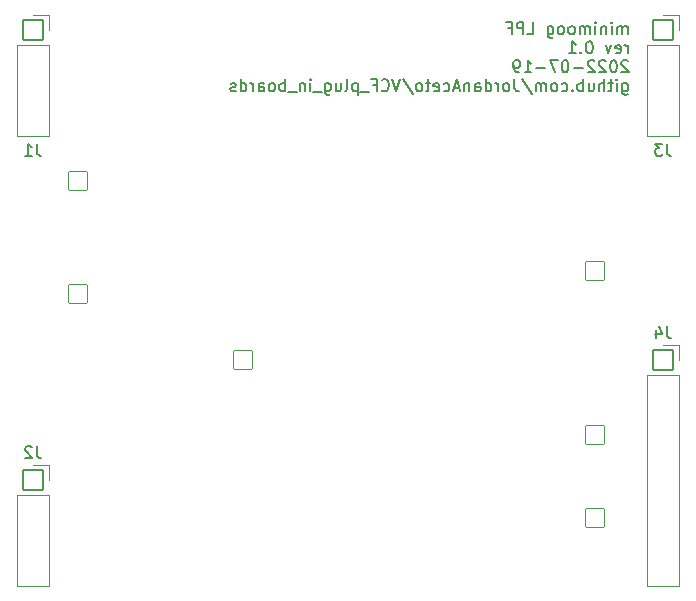
<source format=gbr>
%TF.GenerationSoftware,KiCad,Pcbnew,6.0.7-f9a2dced07~116~ubuntu22.04.1*%
%TF.CreationDate,2022-07-29T17:46:26-04:00*%
%TF.ProjectId,minimoog_LPF,6d696e69-6d6f-46f6-975f-4c50462e6b69,0.1*%
%TF.SameCoordinates,Original*%
%TF.FileFunction,Legend,Bot*%
%TF.FilePolarity,Positive*%
%FSLAX46Y46*%
G04 Gerber Fmt 4.6, Leading zero omitted, Abs format (unit mm)*
G04 Created by KiCad (PCBNEW 6.0.7-f9a2dced07~116~ubuntu22.04.1) date 2022-07-29 17:46:26*
%MOMM*%
%LPD*%
G01*
G04 APERTURE LIST*
G04 Aperture macros list*
%AMRoundRect*
0 Rectangle with rounded corners*
0 $1 Rounding radius*
0 $2 $3 $4 $5 $6 $7 $8 $9 X,Y pos of 4 corners*
0 Add a 4 corners polygon primitive as box body*
4,1,4,$2,$3,$4,$5,$6,$7,$8,$9,$2,$3,0*
0 Add four circle primitives for the rounded corners*
1,1,$1+$1,$2,$3*
1,1,$1+$1,$4,$5*
1,1,$1+$1,$6,$7*
1,1,$1+$1,$8,$9*
0 Add four rect primitives between the rounded corners*
20,1,$1+$1,$2,$3,$4,$5,0*
20,1,$1+$1,$4,$5,$6,$7,0*
20,1,$1+$1,$6,$7,$8,$9,0*
20,1,$1+$1,$8,$9,$2,$3,0*%
G04 Aperture macros list end*
%ADD10C,0.150000*%
%ADD11C,0.120000*%
%ADD12RoundRect,0.051000X-0.800000X0.800000X-0.800000X-0.800000X0.800000X-0.800000X0.800000X0.800000X0*%
%ADD13C,1.702000*%
%ADD14C,1.542000*%
%ADD15RoundRect,0.051000X0.850000X0.850000X-0.850000X0.850000X-0.850000X-0.850000X0.850000X-0.850000X0*%
%ADD16O,1.802000X1.802000*%
%ADD17C,0.902000*%
G04 APERTURE END LIST*
D10*
X172892404Y-76523380D02*
X172892404Y-75856714D01*
X172892404Y-75951952D02*
X172844785Y-75904333D01*
X172749547Y-75856714D01*
X172606690Y-75856714D01*
X172511452Y-75904333D01*
X172463833Y-75999571D01*
X172463833Y-76523380D01*
X172463833Y-75999571D02*
X172416214Y-75904333D01*
X172320976Y-75856714D01*
X172178119Y-75856714D01*
X172082880Y-75904333D01*
X172035261Y-75999571D01*
X172035261Y-76523380D01*
X171559071Y-76523380D02*
X171559071Y-75856714D01*
X171559071Y-75523380D02*
X171606690Y-75571000D01*
X171559071Y-75618619D01*
X171511452Y-75571000D01*
X171559071Y-75523380D01*
X171559071Y-75618619D01*
X171082880Y-75856714D02*
X171082880Y-76523380D01*
X171082880Y-75951952D02*
X171035261Y-75904333D01*
X170940023Y-75856714D01*
X170797166Y-75856714D01*
X170701928Y-75904333D01*
X170654309Y-75999571D01*
X170654309Y-76523380D01*
X170178119Y-76523380D02*
X170178119Y-75856714D01*
X170178119Y-75523380D02*
X170225738Y-75571000D01*
X170178119Y-75618619D01*
X170130500Y-75571000D01*
X170178119Y-75523380D01*
X170178119Y-75618619D01*
X169701928Y-76523380D02*
X169701928Y-75856714D01*
X169701928Y-75951952D02*
X169654309Y-75904333D01*
X169559071Y-75856714D01*
X169416214Y-75856714D01*
X169320976Y-75904333D01*
X169273357Y-75999571D01*
X169273357Y-76523380D01*
X169273357Y-75999571D02*
X169225738Y-75904333D01*
X169130500Y-75856714D01*
X168987642Y-75856714D01*
X168892404Y-75904333D01*
X168844785Y-75999571D01*
X168844785Y-76523380D01*
X168225738Y-76523380D02*
X168320976Y-76475761D01*
X168368595Y-76428142D01*
X168416214Y-76332904D01*
X168416214Y-76047190D01*
X168368595Y-75951952D01*
X168320976Y-75904333D01*
X168225738Y-75856714D01*
X168082880Y-75856714D01*
X167987642Y-75904333D01*
X167940023Y-75951952D01*
X167892404Y-76047190D01*
X167892404Y-76332904D01*
X167940023Y-76428142D01*
X167987642Y-76475761D01*
X168082880Y-76523380D01*
X168225738Y-76523380D01*
X167320976Y-76523380D02*
X167416214Y-76475761D01*
X167463833Y-76428142D01*
X167511452Y-76332904D01*
X167511452Y-76047190D01*
X167463833Y-75951952D01*
X167416214Y-75904333D01*
X167320976Y-75856714D01*
X167178119Y-75856714D01*
X167082880Y-75904333D01*
X167035261Y-75951952D01*
X166987642Y-76047190D01*
X166987642Y-76332904D01*
X167035261Y-76428142D01*
X167082880Y-76475761D01*
X167178119Y-76523380D01*
X167320976Y-76523380D01*
X166130500Y-75856714D02*
X166130500Y-76666238D01*
X166178119Y-76761476D01*
X166225738Y-76809095D01*
X166320976Y-76856714D01*
X166463833Y-76856714D01*
X166559071Y-76809095D01*
X166130500Y-76475761D02*
X166225738Y-76523380D01*
X166416214Y-76523380D01*
X166511452Y-76475761D01*
X166559071Y-76428142D01*
X166606690Y-76332904D01*
X166606690Y-76047190D01*
X166559071Y-75951952D01*
X166511452Y-75904333D01*
X166416214Y-75856714D01*
X166225738Y-75856714D01*
X166130500Y-75904333D01*
X164416214Y-76523380D02*
X164892404Y-76523380D01*
X164892404Y-75523380D01*
X164082880Y-76523380D02*
X164082880Y-75523380D01*
X163701928Y-75523380D01*
X163606690Y-75571000D01*
X163559071Y-75618619D01*
X163511452Y-75713857D01*
X163511452Y-75856714D01*
X163559071Y-75951952D01*
X163606690Y-75999571D01*
X163701928Y-76047190D01*
X164082880Y-76047190D01*
X162749547Y-75999571D02*
X163082880Y-75999571D01*
X163082880Y-76523380D02*
X163082880Y-75523380D01*
X162606690Y-75523380D01*
X172892404Y-78133380D02*
X172892404Y-77466714D01*
X172892404Y-77657190D02*
X172844785Y-77561952D01*
X172797166Y-77514333D01*
X172701928Y-77466714D01*
X172606690Y-77466714D01*
X171892404Y-78085761D02*
X171987642Y-78133380D01*
X172178119Y-78133380D01*
X172273357Y-78085761D01*
X172320976Y-77990523D01*
X172320976Y-77609571D01*
X172273357Y-77514333D01*
X172178119Y-77466714D01*
X171987642Y-77466714D01*
X171892404Y-77514333D01*
X171844785Y-77609571D01*
X171844785Y-77704809D01*
X172320976Y-77800047D01*
X171511452Y-77466714D02*
X171273357Y-78133380D01*
X171035261Y-77466714D01*
X169701928Y-77133380D02*
X169606690Y-77133380D01*
X169511452Y-77181000D01*
X169463833Y-77228619D01*
X169416214Y-77323857D01*
X169368595Y-77514333D01*
X169368595Y-77752428D01*
X169416214Y-77942904D01*
X169463833Y-78038142D01*
X169511452Y-78085761D01*
X169606690Y-78133380D01*
X169701928Y-78133380D01*
X169797166Y-78085761D01*
X169844785Y-78038142D01*
X169892404Y-77942904D01*
X169940023Y-77752428D01*
X169940023Y-77514333D01*
X169892404Y-77323857D01*
X169844785Y-77228619D01*
X169797166Y-77181000D01*
X169701928Y-77133380D01*
X168940023Y-78038142D02*
X168892404Y-78085761D01*
X168940023Y-78133380D01*
X168987642Y-78085761D01*
X168940023Y-78038142D01*
X168940023Y-78133380D01*
X167940023Y-78133380D02*
X168511452Y-78133380D01*
X168225738Y-78133380D02*
X168225738Y-77133380D01*
X168320976Y-77276238D01*
X168416214Y-77371476D01*
X168511452Y-77419095D01*
X172940023Y-78838619D02*
X172892404Y-78791000D01*
X172797166Y-78743380D01*
X172559071Y-78743380D01*
X172463833Y-78791000D01*
X172416214Y-78838619D01*
X172368595Y-78933857D01*
X172368595Y-79029095D01*
X172416214Y-79171952D01*
X172987642Y-79743380D01*
X172368595Y-79743380D01*
X171749547Y-78743380D02*
X171654309Y-78743380D01*
X171559071Y-78791000D01*
X171511452Y-78838619D01*
X171463833Y-78933857D01*
X171416214Y-79124333D01*
X171416214Y-79362428D01*
X171463833Y-79552904D01*
X171511452Y-79648142D01*
X171559071Y-79695761D01*
X171654309Y-79743380D01*
X171749547Y-79743380D01*
X171844785Y-79695761D01*
X171892404Y-79648142D01*
X171940023Y-79552904D01*
X171987642Y-79362428D01*
X171987642Y-79124333D01*
X171940023Y-78933857D01*
X171892404Y-78838619D01*
X171844785Y-78791000D01*
X171749547Y-78743380D01*
X171035261Y-78838619D02*
X170987642Y-78791000D01*
X170892404Y-78743380D01*
X170654309Y-78743380D01*
X170559071Y-78791000D01*
X170511452Y-78838619D01*
X170463833Y-78933857D01*
X170463833Y-79029095D01*
X170511452Y-79171952D01*
X171082880Y-79743380D01*
X170463833Y-79743380D01*
X170082880Y-78838619D02*
X170035261Y-78791000D01*
X169940023Y-78743380D01*
X169701928Y-78743380D01*
X169606690Y-78791000D01*
X169559071Y-78838619D01*
X169511452Y-78933857D01*
X169511452Y-79029095D01*
X169559071Y-79171952D01*
X170130500Y-79743380D01*
X169511452Y-79743380D01*
X169082880Y-79362428D02*
X168320976Y-79362428D01*
X167654309Y-78743380D02*
X167559071Y-78743380D01*
X167463833Y-78791000D01*
X167416214Y-78838619D01*
X167368595Y-78933857D01*
X167320976Y-79124333D01*
X167320976Y-79362428D01*
X167368595Y-79552904D01*
X167416214Y-79648142D01*
X167463833Y-79695761D01*
X167559071Y-79743380D01*
X167654309Y-79743380D01*
X167749547Y-79695761D01*
X167797166Y-79648142D01*
X167844785Y-79552904D01*
X167892404Y-79362428D01*
X167892404Y-79124333D01*
X167844785Y-78933857D01*
X167797166Y-78838619D01*
X167749547Y-78791000D01*
X167654309Y-78743380D01*
X166987642Y-78743380D02*
X166320976Y-78743380D01*
X166749547Y-79743380D01*
X165940023Y-79362428D02*
X165178119Y-79362428D01*
X164178119Y-79743380D02*
X164749547Y-79743380D01*
X164463833Y-79743380D02*
X164463833Y-78743380D01*
X164559071Y-78886238D01*
X164654309Y-78981476D01*
X164749547Y-79029095D01*
X163701928Y-79743380D02*
X163511452Y-79743380D01*
X163416214Y-79695761D01*
X163368595Y-79648142D01*
X163273357Y-79505285D01*
X163225738Y-79314809D01*
X163225738Y-78933857D01*
X163273357Y-78838619D01*
X163320976Y-78791000D01*
X163416214Y-78743380D01*
X163606690Y-78743380D01*
X163701928Y-78791000D01*
X163749547Y-78838619D01*
X163797166Y-78933857D01*
X163797166Y-79171952D01*
X163749547Y-79267190D01*
X163701928Y-79314809D01*
X163606690Y-79362428D01*
X163416214Y-79362428D01*
X163320976Y-79314809D01*
X163273357Y-79267190D01*
X163225738Y-79171952D01*
X172463833Y-80686714D02*
X172463833Y-81496238D01*
X172511452Y-81591476D01*
X172559071Y-81639095D01*
X172654309Y-81686714D01*
X172797166Y-81686714D01*
X172892404Y-81639095D01*
X172463833Y-81305761D02*
X172559071Y-81353380D01*
X172749547Y-81353380D01*
X172844785Y-81305761D01*
X172892404Y-81258142D01*
X172940023Y-81162904D01*
X172940023Y-80877190D01*
X172892404Y-80781952D01*
X172844785Y-80734333D01*
X172749547Y-80686714D01*
X172559071Y-80686714D01*
X172463833Y-80734333D01*
X171987642Y-81353380D02*
X171987642Y-80686714D01*
X171987642Y-80353380D02*
X172035261Y-80401000D01*
X171987642Y-80448619D01*
X171940023Y-80401000D01*
X171987642Y-80353380D01*
X171987642Y-80448619D01*
X171654309Y-80686714D02*
X171273357Y-80686714D01*
X171511452Y-80353380D02*
X171511452Y-81210523D01*
X171463833Y-81305761D01*
X171368595Y-81353380D01*
X171273357Y-81353380D01*
X170940023Y-81353380D02*
X170940023Y-80353380D01*
X170511452Y-81353380D02*
X170511452Y-80829571D01*
X170559071Y-80734333D01*
X170654309Y-80686714D01*
X170797166Y-80686714D01*
X170892404Y-80734333D01*
X170940023Y-80781952D01*
X169606690Y-80686714D02*
X169606690Y-81353380D01*
X170035261Y-80686714D02*
X170035261Y-81210523D01*
X169987642Y-81305761D01*
X169892404Y-81353380D01*
X169749547Y-81353380D01*
X169654309Y-81305761D01*
X169606690Y-81258142D01*
X169130500Y-81353380D02*
X169130500Y-80353380D01*
X169130500Y-80734333D02*
X169035261Y-80686714D01*
X168844785Y-80686714D01*
X168749547Y-80734333D01*
X168701928Y-80781952D01*
X168654309Y-80877190D01*
X168654309Y-81162904D01*
X168701928Y-81258142D01*
X168749547Y-81305761D01*
X168844785Y-81353380D01*
X169035261Y-81353380D01*
X169130500Y-81305761D01*
X168225738Y-81258142D02*
X168178119Y-81305761D01*
X168225738Y-81353380D01*
X168273357Y-81305761D01*
X168225738Y-81258142D01*
X168225738Y-81353380D01*
X167320976Y-81305761D02*
X167416214Y-81353380D01*
X167606690Y-81353380D01*
X167701928Y-81305761D01*
X167749547Y-81258142D01*
X167797166Y-81162904D01*
X167797166Y-80877190D01*
X167749547Y-80781952D01*
X167701928Y-80734333D01*
X167606690Y-80686714D01*
X167416214Y-80686714D01*
X167320976Y-80734333D01*
X166749547Y-81353380D02*
X166844785Y-81305761D01*
X166892404Y-81258142D01*
X166940023Y-81162904D01*
X166940023Y-80877190D01*
X166892404Y-80781952D01*
X166844785Y-80734333D01*
X166749547Y-80686714D01*
X166606690Y-80686714D01*
X166511452Y-80734333D01*
X166463833Y-80781952D01*
X166416214Y-80877190D01*
X166416214Y-81162904D01*
X166463833Y-81258142D01*
X166511452Y-81305761D01*
X166606690Y-81353380D01*
X166749547Y-81353380D01*
X165987642Y-81353380D02*
X165987642Y-80686714D01*
X165987642Y-80781952D02*
X165940023Y-80734333D01*
X165844785Y-80686714D01*
X165701928Y-80686714D01*
X165606690Y-80734333D01*
X165559071Y-80829571D01*
X165559071Y-81353380D01*
X165559071Y-80829571D02*
X165511452Y-80734333D01*
X165416214Y-80686714D01*
X165273357Y-80686714D01*
X165178119Y-80734333D01*
X165130500Y-80829571D01*
X165130500Y-81353380D01*
X163940023Y-80305761D02*
X164797166Y-81591476D01*
X163320976Y-80353380D02*
X163320976Y-81067666D01*
X163368595Y-81210523D01*
X163463833Y-81305761D01*
X163606690Y-81353380D01*
X163701928Y-81353380D01*
X162701928Y-81353380D02*
X162797166Y-81305761D01*
X162844785Y-81258142D01*
X162892404Y-81162904D01*
X162892404Y-80877190D01*
X162844785Y-80781952D01*
X162797166Y-80734333D01*
X162701928Y-80686714D01*
X162559071Y-80686714D01*
X162463833Y-80734333D01*
X162416214Y-80781952D01*
X162368595Y-80877190D01*
X162368595Y-81162904D01*
X162416214Y-81258142D01*
X162463833Y-81305761D01*
X162559071Y-81353380D01*
X162701928Y-81353380D01*
X161940023Y-81353380D02*
X161940023Y-80686714D01*
X161940023Y-80877190D02*
X161892404Y-80781952D01*
X161844785Y-80734333D01*
X161749547Y-80686714D01*
X161654309Y-80686714D01*
X160892404Y-81353380D02*
X160892404Y-80353380D01*
X160892404Y-81305761D02*
X160987642Y-81353380D01*
X161178119Y-81353380D01*
X161273357Y-81305761D01*
X161320976Y-81258142D01*
X161368595Y-81162904D01*
X161368595Y-80877190D01*
X161320976Y-80781952D01*
X161273357Y-80734333D01*
X161178119Y-80686714D01*
X160987642Y-80686714D01*
X160892404Y-80734333D01*
X159987642Y-81353380D02*
X159987642Y-80829571D01*
X160035261Y-80734333D01*
X160130500Y-80686714D01*
X160320976Y-80686714D01*
X160416214Y-80734333D01*
X159987642Y-81305761D02*
X160082880Y-81353380D01*
X160320976Y-81353380D01*
X160416214Y-81305761D01*
X160463833Y-81210523D01*
X160463833Y-81115285D01*
X160416214Y-81020047D01*
X160320976Y-80972428D01*
X160082880Y-80972428D01*
X159987642Y-80924809D01*
X159511452Y-80686714D02*
X159511452Y-81353380D01*
X159511452Y-80781952D02*
X159463833Y-80734333D01*
X159368595Y-80686714D01*
X159225738Y-80686714D01*
X159130500Y-80734333D01*
X159082880Y-80829571D01*
X159082880Y-81353380D01*
X158654309Y-81067666D02*
X158178119Y-81067666D01*
X158749547Y-81353380D02*
X158416214Y-80353380D01*
X158082880Y-81353380D01*
X157320976Y-81305761D02*
X157416214Y-81353380D01*
X157606690Y-81353380D01*
X157701928Y-81305761D01*
X157749547Y-81258142D01*
X157797166Y-81162904D01*
X157797166Y-80877190D01*
X157749547Y-80781952D01*
X157701928Y-80734333D01*
X157606690Y-80686714D01*
X157416214Y-80686714D01*
X157320976Y-80734333D01*
X156511452Y-81305761D02*
X156606690Y-81353380D01*
X156797166Y-81353380D01*
X156892404Y-81305761D01*
X156940023Y-81210523D01*
X156940023Y-80829571D01*
X156892404Y-80734333D01*
X156797166Y-80686714D01*
X156606690Y-80686714D01*
X156511452Y-80734333D01*
X156463833Y-80829571D01*
X156463833Y-80924809D01*
X156940023Y-81020047D01*
X156178119Y-80686714D02*
X155797166Y-80686714D01*
X156035261Y-80353380D02*
X156035261Y-81210523D01*
X155987642Y-81305761D01*
X155892404Y-81353380D01*
X155797166Y-81353380D01*
X155320976Y-81353380D02*
X155416214Y-81305761D01*
X155463833Y-81258142D01*
X155511452Y-81162904D01*
X155511452Y-80877190D01*
X155463833Y-80781952D01*
X155416214Y-80734333D01*
X155320976Y-80686714D01*
X155178119Y-80686714D01*
X155082880Y-80734333D01*
X155035261Y-80781952D01*
X154987642Y-80877190D01*
X154987642Y-81162904D01*
X155035261Y-81258142D01*
X155082880Y-81305761D01*
X155178119Y-81353380D01*
X155320976Y-81353380D01*
X153844785Y-80305761D02*
X154701928Y-81591476D01*
X153654309Y-80353380D02*
X153320976Y-81353380D01*
X152987642Y-80353380D01*
X152082880Y-81258142D02*
X152130500Y-81305761D01*
X152273357Y-81353380D01*
X152368595Y-81353380D01*
X152511452Y-81305761D01*
X152606690Y-81210523D01*
X152654309Y-81115285D01*
X152701928Y-80924809D01*
X152701928Y-80781952D01*
X152654309Y-80591476D01*
X152606690Y-80496238D01*
X152511452Y-80401000D01*
X152368595Y-80353380D01*
X152273357Y-80353380D01*
X152130500Y-80401000D01*
X152082880Y-80448619D01*
X151320976Y-80829571D02*
X151654309Y-80829571D01*
X151654309Y-81353380D02*
X151654309Y-80353380D01*
X151178119Y-80353380D01*
X151035261Y-81448619D02*
X150273357Y-81448619D01*
X150035261Y-80686714D02*
X150035261Y-81686714D01*
X150035261Y-80734333D02*
X149940023Y-80686714D01*
X149749547Y-80686714D01*
X149654309Y-80734333D01*
X149606690Y-80781952D01*
X149559071Y-80877190D01*
X149559071Y-81162904D01*
X149606690Y-81258142D01*
X149654309Y-81305761D01*
X149749547Y-81353380D01*
X149940023Y-81353380D01*
X150035261Y-81305761D01*
X148987642Y-81353380D02*
X149082880Y-81305761D01*
X149130500Y-81210523D01*
X149130500Y-80353380D01*
X148178119Y-80686714D02*
X148178119Y-81353380D01*
X148606690Y-80686714D02*
X148606690Y-81210523D01*
X148559071Y-81305761D01*
X148463833Y-81353380D01*
X148320976Y-81353380D01*
X148225738Y-81305761D01*
X148178119Y-81258142D01*
X147273357Y-80686714D02*
X147273357Y-81496238D01*
X147320976Y-81591476D01*
X147368595Y-81639095D01*
X147463833Y-81686714D01*
X147606690Y-81686714D01*
X147701928Y-81639095D01*
X147273357Y-81305761D02*
X147368595Y-81353380D01*
X147559071Y-81353380D01*
X147654309Y-81305761D01*
X147701928Y-81258142D01*
X147749547Y-81162904D01*
X147749547Y-80877190D01*
X147701928Y-80781952D01*
X147654309Y-80734333D01*
X147559071Y-80686714D01*
X147368595Y-80686714D01*
X147273357Y-80734333D01*
X147035261Y-81448619D02*
X146273357Y-81448619D01*
X146035261Y-81353380D02*
X146035261Y-80686714D01*
X146035261Y-80353380D02*
X146082880Y-80401000D01*
X146035261Y-80448619D01*
X145987642Y-80401000D01*
X146035261Y-80353380D01*
X146035261Y-80448619D01*
X145559071Y-80686714D02*
X145559071Y-81353380D01*
X145559071Y-80781952D02*
X145511452Y-80734333D01*
X145416214Y-80686714D01*
X145273357Y-80686714D01*
X145178119Y-80734333D01*
X145130500Y-80829571D01*
X145130500Y-81353380D01*
X144892404Y-81448619D02*
X144130500Y-81448619D01*
X143892404Y-81353380D02*
X143892404Y-80353380D01*
X143892404Y-80734333D02*
X143797166Y-80686714D01*
X143606690Y-80686714D01*
X143511452Y-80734333D01*
X143463833Y-80781952D01*
X143416214Y-80877190D01*
X143416214Y-81162904D01*
X143463833Y-81258142D01*
X143511452Y-81305761D01*
X143606690Y-81353380D01*
X143797166Y-81353380D01*
X143892404Y-81305761D01*
X142844785Y-81353380D02*
X142940023Y-81305761D01*
X142987642Y-81258142D01*
X143035261Y-81162904D01*
X143035261Y-80877190D01*
X142987642Y-80781952D01*
X142940023Y-80734333D01*
X142844785Y-80686714D01*
X142701928Y-80686714D01*
X142606690Y-80734333D01*
X142559071Y-80781952D01*
X142511452Y-80877190D01*
X142511452Y-81162904D01*
X142559071Y-81258142D01*
X142606690Y-81305761D01*
X142701928Y-81353380D01*
X142844785Y-81353380D01*
X141654309Y-81353380D02*
X141654309Y-80829571D01*
X141701928Y-80734333D01*
X141797166Y-80686714D01*
X141987642Y-80686714D01*
X142082880Y-80734333D01*
X141654309Y-81305761D02*
X141749547Y-81353380D01*
X141987642Y-81353380D01*
X142082880Y-81305761D01*
X142130500Y-81210523D01*
X142130500Y-81115285D01*
X142082880Y-81020047D01*
X141987642Y-80972428D01*
X141749547Y-80972428D01*
X141654309Y-80924809D01*
X141178119Y-81353380D02*
X141178119Y-80686714D01*
X141178119Y-80877190D02*
X141130500Y-80781952D01*
X141082880Y-80734333D01*
X140987642Y-80686714D01*
X140892404Y-80686714D01*
X140130500Y-81353380D02*
X140130500Y-80353380D01*
X140130500Y-81305761D02*
X140225738Y-81353380D01*
X140416214Y-81353380D01*
X140511452Y-81305761D01*
X140559071Y-81258142D01*
X140606690Y-81162904D01*
X140606690Y-80877190D01*
X140559071Y-80781952D01*
X140511452Y-80734333D01*
X140416214Y-80686714D01*
X140225738Y-80686714D01*
X140130500Y-80734333D01*
X139701928Y-81305761D02*
X139606690Y-81353380D01*
X139416214Y-81353380D01*
X139320976Y-81305761D01*
X139273357Y-81210523D01*
X139273357Y-81162904D01*
X139320976Y-81067666D01*
X139416214Y-81020047D01*
X139559071Y-81020047D01*
X139654309Y-80972428D01*
X139701928Y-80877190D01*
X139701928Y-80829571D01*
X139654309Y-80734333D01*
X139559071Y-80686714D01*
X139416214Y-80686714D01*
X139320976Y-80734333D01*
%TO.C,J1*%
X122888333Y-85812380D02*
X122888333Y-86526666D01*
X122935952Y-86669523D01*
X123031190Y-86764761D01*
X123174047Y-86812380D01*
X123269285Y-86812380D01*
X121888333Y-86812380D02*
X122459761Y-86812380D01*
X122174047Y-86812380D02*
X122174047Y-85812380D01*
X122269285Y-85955238D01*
X122364523Y-86050476D01*
X122459761Y-86098095D01*
%TO.C,J2*%
X122888333Y-111422380D02*
X122888333Y-112136666D01*
X122935952Y-112279523D01*
X123031190Y-112374761D01*
X123174047Y-112422380D01*
X123269285Y-112422380D01*
X122459761Y-111517619D02*
X122412142Y-111470000D01*
X122316904Y-111422380D01*
X122078809Y-111422380D01*
X121983571Y-111470000D01*
X121935952Y-111517619D01*
X121888333Y-111612857D01*
X121888333Y-111708095D01*
X121935952Y-111850952D01*
X122507380Y-112422380D01*
X121888333Y-112422380D01*
%TO.C,J3*%
X176228333Y-85812380D02*
X176228333Y-86526666D01*
X176275952Y-86669523D01*
X176371190Y-86764761D01*
X176514047Y-86812380D01*
X176609285Y-86812380D01*
X175847380Y-85812380D02*
X175228333Y-85812380D01*
X175561666Y-86193333D01*
X175418809Y-86193333D01*
X175323571Y-86240952D01*
X175275952Y-86288571D01*
X175228333Y-86383809D01*
X175228333Y-86621904D01*
X175275952Y-86717142D01*
X175323571Y-86764761D01*
X175418809Y-86812380D01*
X175704523Y-86812380D01*
X175799761Y-86764761D01*
X175847380Y-86717142D01*
%TO.C,J4*%
X176228333Y-101262380D02*
X176228333Y-101976666D01*
X176275952Y-102119523D01*
X176371190Y-102214761D01*
X176514047Y-102262380D01*
X176609285Y-102262380D01*
X175323571Y-101595714D02*
X175323571Y-102262380D01*
X175561666Y-101214761D02*
X175799761Y-101929047D01*
X175180714Y-101929047D01*
D11*
%TO.C,J1*%
X123885000Y-74870000D02*
X122555000Y-74870000D01*
X123885000Y-85150000D02*
X121225000Y-85150000D01*
X121225000Y-77470000D02*
X121225000Y-85150000D01*
X123885000Y-77470000D02*
X123885000Y-85150000D01*
X123885000Y-77470000D02*
X121225000Y-77470000D01*
X123885000Y-76200000D02*
X123885000Y-74870000D01*
%TO.C,J2*%
X121225000Y-115570000D02*
X121225000Y-123250000D01*
X123885000Y-115570000D02*
X121225000Y-115570000D01*
X123885000Y-114300000D02*
X123885000Y-112970000D01*
X123885000Y-115570000D02*
X123885000Y-123250000D01*
X123885000Y-123250000D02*
X121225000Y-123250000D01*
X123885000Y-112970000D02*
X122555000Y-112970000D01*
%TO.C,J3*%
X177225000Y-77470000D02*
X177225000Y-85150000D01*
X177225000Y-76200000D02*
X177225000Y-74870000D01*
X174565000Y-77470000D02*
X174565000Y-85150000D01*
X177225000Y-85150000D02*
X174565000Y-85150000D01*
X177225000Y-77470000D02*
X174565000Y-77470000D01*
X177225000Y-74870000D02*
X175895000Y-74870000D01*
%TO.C,J4*%
X177225000Y-123250000D02*
X174565000Y-123250000D01*
X177225000Y-104140000D02*
X177225000Y-102810000D01*
X177225000Y-105410000D02*
X177225000Y-123250000D01*
X177225000Y-102810000D02*
X175895000Y-102810000D01*
X174565000Y-105410000D02*
X174565000Y-123250000D01*
X177225000Y-105410000D02*
X174565000Y-105410000D01*
%TD*%
%LPC*%
D12*
%TO.C,C8*%
X140335000Y-104140000D03*
D13*
X140335000Y-106640000D03*
%TD*%
D12*
%TO.C,C11*%
X170180000Y-96607621D03*
D13*
X170180000Y-99107621D03*
%TD*%
D12*
%TO.C,C7*%
X126365000Y-98512621D03*
D13*
X126365000Y-101012621D03*
%TD*%
D14*
%TO.C,RV1*%
X127635000Y-120015000D03*
X127635000Y-117475000D03*
X127635000Y-114935000D03*
%TD*%
D13*
%TO.C,C9*%
X171450000Y-83860000D03*
X171450000Y-88860000D03*
%TD*%
D12*
%TO.C,C2*%
X126365000Y-88987621D03*
D13*
X126365000Y-91487621D03*
%TD*%
D12*
%TO.C,C13*%
X170180000Y-117475000D03*
D13*
X170180000Y-119975000D03*
%TD*%
D12*
%TO.C,C14*%
X170180000Y-110490000D03*
D13*
X170180000Y-112990000D03*
%TD*%
D14*
%TO.C,RV2*%
X133985000Y-120015000D03*
X133985000Y-117475000D03*
X133985000Y-114935000D03*
%TD*%
%TO.C,RV3*%
X140335000Y-120015000D03*
X140335000Y-117475000D03*
X140335000Y-114935000D03*
%TD*%
D13*
%TO.C,C10*%
X167005000Y-83860000D03*
X167005000Y-88860000D03*
%TD*%
D15*
%TO.C,J1*%
X122555000Y-76200000D03*
D16*
X122555000Y-78740000D03*
X122555000Y-81280000D03*
X122555000Y-83820000D03*
%TD*%
D15*
%TO.C,J2*%
X122555000Y-114300000D03*
D16*
X122555000Y-116840000D03*
X122555000Y-119380000D03*
X122555000Y-121920000D03*
%TD*%
D15*
%TO.C,J3*%
X175895000Y-76200000D03*
D16*
X175895000Y-78740000D03*
X175895000Y-81280000D03*
X175895000Y-83820000D03*
%TD*%
D15*
%TO.C,J4*%
X175895000Y-104140000D03*
D16*
X175895000Y-106680000D03*
X175895000Y-109220000D03*
X175895000Y-111760000D03*
X175895000Y-114300000D03*
X175895000Y-116840000D03*
X175895000Y-119380000D03*
X175895000Y-121920000D03*
%TD*%
D17*
X146685000Y-93980000D03*
X145796000Y-108204000D03*
X165735000Y-119380000D03*
X175895000Y-98425000D03*
X151765000Y-76200000D03*
X172720000Y-92710000D03*
X122555000Y-93980000D03*
X122555000Y-102870000D03*
X131445000Y-93980000D03*
X152146000Y-109220000D03*
X153416000Y-115316000D03*
X146685000Y-100965000D03*
X131445000Y-78740000D03*
X130810000Y-102870000D03*
X134112000Y-89408000D03*
X161925000Y-76200000D03*
X157988000Y-117856000D03*
X155194000Y-121158000D03*
X166370000Y-105410000D03*
X159766000Y-108204000D03*
X140970000Y-93980000D03*
X127635000Y-83185000D03*
X152908000Y-102108000D03*
X140970000Y-89408000D03*
X146685000Y-89535000D03*
X140970000Y-99060000D03*
X166370000Y-100965000D03*
X123825000Y-109220000D03*
X158750000Y-100965000D03*
X157226000Y-87122000D03*
X136398000Y-106172000D03*
X166116000Y-94488000D03*
X130810000Y-109220000D03*
X144018000Y-76200000D03*
X160020000Y-83566000D03*
X152654000Y-123444000D03*
X152908000Y-121412000D03*
X164084000Y-85852000D03*
X164338000Y-96774000D03*
X165862000Y-113284000D03*
X164084000Y-89408000D03*
X164338000Y-82042000D03*
X164338000Y-110998000D03*
X135890000Y-102870000D03*
X146335500Y-103409500D03*
X143256000Y-91440000D03*
X162560000Y-106934000D03*
X145034000Y-99060000D03*
X147320000Y-107696000D03*
X147574000Y-116586000D03*
X163576000Y-94742000D03*
X160289000Y-91425000D03*
X150622000Y-116332000D03*
X148590000Y-108458000D03*
X157226000Y-110744000D03*
X160020000Y-117094000D03*
X140970000Y-83566000D03*
X142748000Y-86614000D03*
X150844000Y-83534000D03*
X149098000Y-86614000D03*
X137922000Y-82550000D03*
X135636000Y-86614000D03*
X155448000Y-86614000D03*
X153924000Y-83756000D03*
X163322000Y-82791500D03*
X163068000Y-86360000D03*
X158750000Y-92710000D03*
X155956000Y-96012000D03*
M02*

</source>
